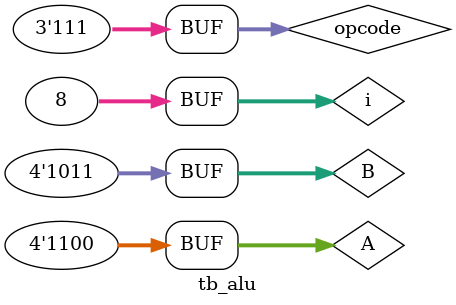
<source format=v>
module tb_alu();
  reg [3:0] A,B;
  reg [2:0] opcode;
  wire [7:0] out;
  integer i;
  
  alu dut(A,B,opcode,out);
  
  initial begin
    
    #0; A=0; B=0; opcode=0;
    #4; A=4'b1100; B=4'b1011;

    for(i=0; i<=7; i=i+1)
      begin
        opcode=i;
        #4;
      end

  end
endmodule
    
  
</source>
